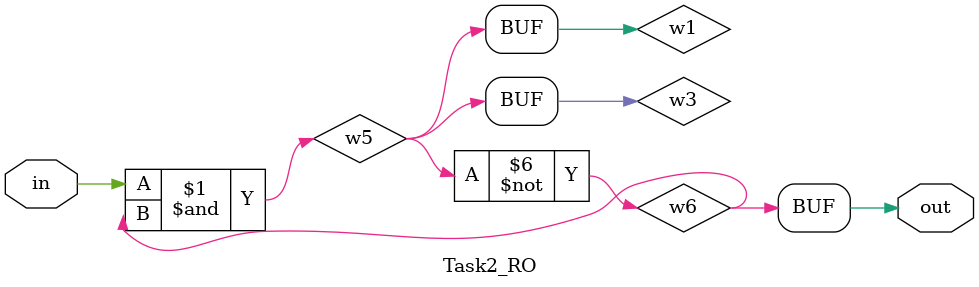
<source format=v>
`timescale 1ns / 1ps


module Task2_RO(
input in, output out
    );
    (* ALLOW_COMBINATIONAL_LOOPS = "TRUE" *)
    (* DONT_TOUCH = "TRUE" *)  wire w1, w2, w3, w4, w5, w6;
    //first RO level 5
    begin
    and #5 (w1, in, w6);
    not #5 (w2, w1);
    not #5 (w3, w2);
    not #5 (w4, w3);
    not #5 (w5, w4);
    not #5 (w6, w5);
    assign w6 = out;
    end

endmodule

</source>
